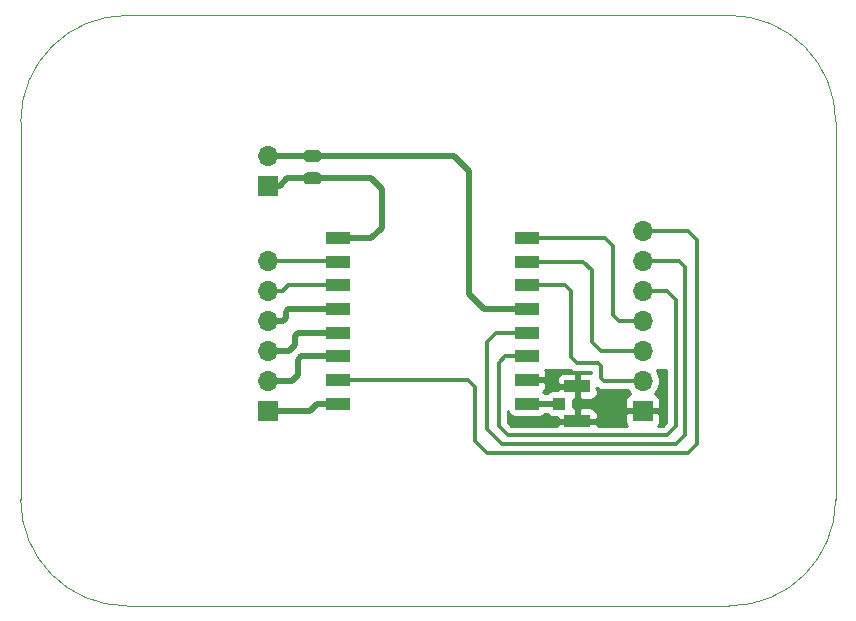
<source format=gbr>
%TF.GenerationSoftware,KiCad,Pcbnew,(5.1.10)-1*%
%TF.CreationDate,2021-07-19T16:58:35-04:00*%
%TF.ProjectId,lora-testing-board,6c6f7261-2d74-4657-9374-696e672d626f,rev?*%
%TF.SameCoordinates,Original*%
%TF.FileFunction,Copper,L1,Top*%
%TF.FilePolarity,Positive*%
%FSLAX46Y46*%
G04 Gerber Fmt 4.6, Leading zero omitted, Abs format (unit mm)*
G04 Created by KiCad (PCBNEW (5.1.10)-1) date 2021-07-19 16:58:35*
%MOMM*%
%LPD*%
G01*
G04 APERTURE LIST*
%TA.AperFunction,Profile*%
%ADD10C,0.050000*%
%TD*%
%TA.AperFunction,ComponentPad*%
%ADD11R,1.700000X1.700000*%
%TD*%
%TA.AperFunction,ComponentPad*%
%ADD12O,1.700000X1.700000*%
%TD*%
%TA.AperFunction,SMDPad,CuDef*%
%ADD13R,1.050000X1.050000*%
%TD*%
%TA.AperFunction,SMDPad,CuDef*%
%ADD14R,2.200000X1.050000*%
%TD*%
%TA.AperFunction,SMDPad,CuDef*%
%ADD15R,2.000000X1.000000*%
%TD*%
%TA.AperFunction,Conductor*%
%ADD16C,0.500000*%
%TD*%
%TA.AperFunction,Conductor*%
%ADD17C,0.300000*%
%TD*%
%TA.AperFunction,Conductor*%
%ADD18C,0.254000*%
%TD*%
%TA.AperFunction,Conductor*%
%ADD19C,0.100000*%
%TD*%
G04 APERTURE END LIST*
D10*
X137000000Y-118000000D02*
G75*
G02*
X128000000Y-127000000I-9000000J0D01*
G01*
X77000000Y-127000000D02*
G75*
G02*
X68000000Y-118000000I0J9000000D01*
G01*
X128000000Y-77000000D02*
G75*
G02*
X137000000Y-86000000I0J-9000000D01*
G01*
X68000000Y-86000000D02*
G75*
G02*
X77000000Y-77000000I9000000J0D01*
G01*
X128000000Y-77000000D02*
X77000000Y-77000000D01*
X137000000Y-118000000D02*
X137000000Y-86000000D01*
X77000000Y-127000000D02*
X128000000Y-127000000D01*
X68000000Y-86000000D02*
X68000000Y-118000000D01*
%TO.P,C1,1*%
%TO.N,Net-(C1-Pad1)*%
%TA.AperFunction,SMDPad,CuDef*%
G36*
G01*
X92235000Y-88400000D02*
X93185000Y-88400000D01*
G75*
G02*
X93435000Y-88650000I0J-250000D01*
G01*
X93435000Y-89150000D01*
G75*
G02*
X93185000Y-89400000I-250000J0D01*
G01*
X92235000Y-89400000D01*
G75*
G02*
X91985000Y-89150000I0J250000D01*
G01*
X91985000Y-88650000D01*
G75*
G02*
X92235000Y-88400000I250000J0D01*
G01*
G37*
%TD.AperFunction*%
%TO.P,C1,2*%
%TO.N,GND1*%
%TA.AperFunction,SMDPad,CuDef*%
G36*
G01*
X92235000Y-90300000D02*
X93185000Y-90300000D01*
G75*
G02*
X93435000Y-90550000I0J-250000D01*
G01*
X93435000Y-91050000D01*
G75*
G02*
X93185000Y-91300000I-250000J0D01*
G01*
X92235000Y-91300000D01*
G75*
G02*
X91985000Y-91050000I0J250000D01*
G01*
X91985000Y-90550000D01*
G75*
G02*
X92235000Y-90300000I250000J0D01*
G01*
G37*
%TD.AperFunction*%
%TD*%
D11*
%TO.P,J1,1*%
%TO.N,GND1*%
X88900000Y-91440000D03*
D12*
%TO.P,J1,2*%
%TO.N,Net-(C1-Pad1)*%
X88900000Y-88900000D03*
%TD*%
D11*
%TO.P,J2,1*%
%TO.N,GND1*%
X88900000Y-110490000D03*
D12*
%TO.P,J2,2*%
%TO.N,Net-(J2-Pad2)*%
X88900000Y-107950000D03*
%TO.P,J2,3*%
%TO.N,Net-(J2-Pad3)*%
X88900000Y-105410000D03*
%TO.P,J2,4*%
%TO.N,Net-(J2-Pad4)*%
X88900000Y-102870000D03*
%TO.P,J2,5*%
%TO.N,Net-(J2-Pad5)*%
X88900000Y-100330000D03*
%TO.P,J2,6*%
%TO.N,Net-(J2-Pad6)*%
X88900000Y-97790000D03*
%TD*%
D13*
%TO.P,J3,3*%
%TO.N,Net-(J3-Pad3)*%
X113588800Y-109880400D03*
D14*
%TO.P,J3,2*%
%TO.N,GND1*%
X115113800Y-108405400D03*
%TO.P,J3,1*%
X115113800Y-111355400D03*
%TD*%
D11*
%TO.P,J4,1*%
%TO.N,GND1*%
X120650000Y-110490000D03*
D12*
%TO.P,J4,2*%
%TO.N,Net-(J4-Pad2)*%
X120650000Y-107950000D03*
%TO.P,J4,3*%
%TO.N,Net-(J4-Pad3)*%
X120650000Y-105410000D03*
%TO.P,J4,4*%
%TO.N,Net-(J4-Pad4)*%
X120650000Y-102870000D03*
%TO.P,J4,5*%
%TO.N,Net-(J4-Pad5)*%
X120650000Y-100330000D03*
%TO.P,J4,6*%
%TO.N,Net-(J4-Pad6)*%
X120650000Y-97790000D03*
%TO.P,J4,7*%
%TO.N,Net-(J4-Pad7)*%
X120650000Y-95250000D03*
%TD*%
D15*
%TO.P,U1,1*%
%TO.N,GND1*%
X94870000Y-95870000D03*
%TO.P,U1,2*%
%TO.N,Net-(J2-Pad6)*%
X94870000Y-97870000D03*
%TO.P,U1,3*%
%TO.N,Net-(J2-Pad5)*%
X94870000Y-99870000D03*
%TO.P,U1,4*%
%TO.N,Net-(J2-Pad4)*%
X94870000Y-101870000D03*
%TO.P,U1,5*%
%TO.N,Net-(J2-Pad3)*%
X94870000Y-103870000D03*
%TO.P,U1,6*%
%TO.N,Net-(J2-Pad2)*%
X94870000Y-105870000D03*
%TO.P,U1,7*%
%TO.N,Net-(J4-Pad7)*%
X94870000Y-107870000D03*
%TO.P,U1,8*%
%TO.N,GND1*%
X94870000Y-109870000D03*
%TO.P,U1,9*%
%TO.N,Net-(J3-Pad3)*%
X110870000Y-109870000D03*
%TO.P,U1,10*%
%TO.N,GND1*%
X110870000Y-107870000D03*
%TO.P,U1,11*%
%TO.N,Net-(J4-Pad5)*%
X110870000Y-105870000D03*
%TO.P,U1,12*%
%TO.N,Net-(J4-Pad6)*%
X110870000Y-103870000D03*
%TO.P,U1,13*%
%TO.N,Net-(C1-Pad1)*%
X110870000Y-101870000D03*
%TO.P,U1,14*%
%TO.N,Net-(J4-Pad2)*%
X110870000Y-99870000D03*
%TO.P,U1,15*%
%TO.N,Net-(J4-Pad3)*%
X110870000Y-97870000D03*
%TO.P,U1,16*%
%TO.N,Net-(J4-Pad4)*%
X110870000Y-95870000D03*
%TD*%
D16*
%TO.N,Net-(C1-Pad1)*%
X88900000Y-88900000D02*
X92710000Y-88900000D01*
X92710000Y-88900000D02*
X104648000Y-88900000D01*
X104648000Y-88900000D02*
X105918000Y-90170000D01*
X105918000Y-90170000D02*
X105918000Y-100584000D01*
X107204000Y-101870000D02*
X110870000Y-101870000D01*
X105918000Y-100584000D02*
X107204000Y-101870000D01*
%TO.N,GND1*%
X88900000Y-91440000D02*
X89916000Y-91440000D01*
X90556000Y-90800000D02*
X92710000Y-90800000D01*
X89916000Y-91440000D02*
X90556000Y-90800000D01*
X94870000Y-95870000D02*
X97678000Y-95870000D01*
X97678000Y-95870000D02*
X98552000Y-94996000D01*
X98552000Y-94996000D02*
X98552000Y-91694000D01*
X97658000Y-90800000D02*
X96134000Y-90800000D01*
X96134000Y-90800000D02*
X96642000Y-90800000D01*
X98552000Y-91694000D02*
X97658000Y-90800000D01*
X92710000Y-90800000D02*
X96134000Y-90800000D01*
X88900000Y-110490000D02*
X92456000Y-110490000D01*
X93076000Y-109870000D02*
X94870000Y-109870000D01*
X92456000Y-110490000D02*
X93076000Y-109870000D01*
%TO.N,Net-(J2-Pad2)*%
X88900000Y-107950000D02*
X90932000Y-107950000D01*
X90932000Y-107950000D02*
X91440000Y-107442000D01*
X91440000Y-107442000D02*
X91440000Y-106172000D01*
X91742000Y-105870000D02*
X94870000Y-105870000D01*
X91440000Y-106172000D02*
X91742000Y-105870000D01*
%TO.N,Net-(J2-Pad3)*%
X88900000Y-105410000D02*
X90678000Y-105410000D01*
X90678000Y-105410000D02*
X91186000Y-104902000D01*
X91186000Y-104902000D02*
X91186000Y-104140000D01*
X91456000Y-103870000D02*
X94870000Y-103870000D01*
X91186000Y-104140000D02*
X91456000Y-103870000D01*
%TO.N,Net-(J2-Pad4)*%
X88900000Y-102870000D02*
X90170000Y-102870000D01*
X90170000Y-102870000D02*
X90424000Y-102616000D01*
X90424000Y-102616000D02*
X90424000Y-102108000D01*
X90662000Y-101870000D02*
X94870000Y-101870000D01*
X90424000Y-102108000D02*
X90662000Y-101870000D01*
D17*
%TO.N,Net-(J2-Pad5)*%
X88900000Y-100330000D02*
X90170000Y-100330000D01*
X90630000Y-99870000D02*
X94870000Y-99870000D01*
X90170000Y-100330000D02*
X90630000Y-99870000D01*
D16*
%TO.N,Net-(J3-Pad3)*%
X113578400Y-109870000D02*
X113588800Y-109880400D01*
X110870000Y-109870000D02*
X113578400Y-109870000D01*
D17*
%TO.N,Net-(J4-Pad2)*%
X110870000Y-99870000D02*
X114094000Y-99870000D01*
X114094000Y-99870000D02*
X114554000Y-100330000D01*
X114554000Y-100330000D02*
X114554000Y-105918000D01*
X114554000Y-105918000D02*
X115062000Y-106426000D01*
X115062000Y-106426000D02*
X116840000Y-106426000D01*
X116840000Y-106426000D02*
X117094000Y-106680000D01*
X117094000Y-106680000D02*
X117094000Y-107696000D01*
X117348000Y-107950000D02*
X120650000Y-107950000D01*
X117094000Y-107696000D02*
X117348000Y-107950000D01*
%TO.N,Net-(J4-Pad3)*%
X110870000Y-97870000D02*
X115650000Y-97870000D01*
X115650000Y-97870000D02*
X116332000Y-98552000D01*
X116332000Y-98552000D02*
X116332000Y-104648000D01*
X117094000Y-105410000D02*
X120650000Y-105410000D01*
X116332000Y-104648000D02*
X117094000Y-105410000D01*
%TO.N,Net-(J4-Pad4)*%
X110870000Y-95870000D02*
X117460000Y-95870000D01*
X117460000Y-95870000D02*
X118110000Y-96520000D01*
X118110000Y-96520000D02*
X118110000Y-102362000D01*
X118618000Y-102870000D02*
X120650000Y-102870000D01*
X118110000Y-102362000D02*
X118618000Y-102870000D01*
%TO.N,Net-(J4-Pad5)*%
X110870000Y-105870000D02*
X109014000Y-105870000D01*
X109014000Y-105870000D02*
X108458000Y-106426000D01*
X108458000Y-106426000D02*
X108458000Y-111760000D01*
X108458000Y-111760000D02*
X109220000Y-112522000D01*
X109220000Y-112522000D02*
X122682000Y-112522000D01*
X122682000Y-112522000D02*
X123444000Y-111760000D01*
X123444000Y-111760000D02*
X123444000Y-101092000D01*
X122682000Y-100330000D02*
X120650000Y-100330000D01*
X123444000Y-101092000D02*
X122682000Y-100330000D01*
%TO.N,Net-(J4-Pad6)*%
X110870000Y-103870000D02*
X108728000Y-103870000D01*
X108728000Y-103870000D02*
X108712000Y-103886000D01*
X108712000Y-103886000D02*
X108204000Y-103886000D01*
X108204000Y-103886000D02*
X107442000Y-104648000D01*
X107442000Y-104648000D02*
X107442000Y-112014000D01*
X107442000Y-112014000D02*
X108712000Y-113284000D01*
X108712000Y-113284000D02*
X123444000Y-113284000D01*
X123444000Y-113284000D02*
X124206000Y-112522000D01*
X124206000Y-112522000D02*
X124206000Y-98298000D01*
X123698000Y-97790000D02*
X120650000Y-97790000D01*
X124206000Y-98298000D02*
X123698000Y-97790000D01*
D16*
%TO.N,Net-(J2-Pad6)*%
X94790000Y-97790000D02*
X94870000Y-97870000D01*
D17*
X88900000Y-97790000D02*
X94790000Y-97790000D01*
%TO.N,Net-(J4-Pad7)*%
X125222000Y-96012000D02*
X124460000Y-95250000D01*
X125222000Y-113284000D02*
X125222000Y-96012000D01*
X124460000Y-114046000D02*
X125222000Y-113284000D01*
X107442000Y-114046000D02*
X124460000Y-114046000D01*
X124460000Y-95250000D02*
X120650000Y-95250000D01*
X106426000Y-108458000D02*
X106426000Y-113030000D01*
X106426000Y-113030000D02*
X107442000Y-114046000D01*
X105838000Y-107870000D02*
X106426000Y-108458000D01*
X94870000Y-107870000D02*
X105838000Y-107870000D01*
%TD*%
D18*
%TO.N,GND1*%
X114623767Y-107081862D02*
X114760140Y-107154754D01*
X114873672Y-107189194D01*
X114908112Y-107199641D01*
X114922490Y-107201057D01*
X115023439Y-107211000D01*
X115023446Y-107211000D01*
X115061999Y-107214797D01*
X115100552Y-107211000D01*
X116309001Y-107211000D01*
X116309001Y-107251704D01*
X116213800Y-107242328D01*
X115399550Y-107245400D01*
X115240800Y-107404150D01*
X115240800Y-108278400D01*
X115260800Y-108278400D01*
X115260800Y-108532400D01*
X115240800Y-108532400D01*
X115240800Y-109406650D01*
X115399550Y-109565400D01*
X116213800Y-109568472D01*
X116338282Y-109556212D01*
X116457980Y-109519902D01*
X116568294Y-109460937D01*
X116664985Y-109381585D01*
X116744337Y-109284894D01*
X116803302Y-109174580D01*
X116839612Y-109054882D01*
X116851872Y-108930400D01*
X116848800Y-108691150D01*
X116690052Y-108532402D01*
X116820257Y-108532402D01*
X116909767Y-108605862D01*
X117046140Y-108678754D01*
X117166175Y-108715166D01*
X117194112Y-108723641D01*
X117202773Y-108724494D01*
X117309439Y-108735000D01*
X117309446Y-108735000D01*
X117347999Y-108738797D01*
X117386552Y-108735000D01*
X119388526Y-108735000D01*
X119496525Y-108896632D01*
X119628380Y-109028487D01*
X119555820Y-109050498D01*
X119445506Y-109109463D01*
X119348815Y-109188815D01*
X119269463Y-109285506D01*
X119210498Y-109395820D01*
X119174188Y-109515518D01*
X119161928Y-109640000D01*
X119165000Y-110204250D01*
X119323750Y-110363000D01*
X120523000Y-110363000D01*
X120523000Y-110343000D01*
X120777000Y-110343000D01*
X120777000Y-110363000D01*
X121976250Y-110363000D01*
X122135000Y-110204250D01*
X122138072Y-109640000D01*
X122125812Y-109515518D01*
X122089502Y-109395820D01*
X122030537Y-109285506D01*
X121951185Y-109188815D01*
X121854494Y-109109463D01*
X121744180Y-109050498D01*
X121671620Y-109028487D01*
X121803475Y-108896632D01*
X121965990Y-108653411D01*
X122077932Y-108383158D01*
X122135000Y-108096260D01*
X122135000Y-107803740D01*
X122077932Y-107516842D01*
X121965990Y-107246589D01*
X121841983Y-107061000D01*
X122659000Y-107061000D01*
X122659000Y-111434843D01*
X122356843Y-111737000D01*
X121995653Y-111737000D01*
X122030537Y-111694494D01*
X122089502Y-111584180D01*
X122125812Y-111464482D01*
X122138072Y-111340000D01*
X122135000Y-110775750D01*
X121976250Y-110617000D01*
X120777000Y-110617000D01*
X120777000Y-110637000D01*
X120523000Y-110637000D01*
X120523000Y-110617000D01*
X119323750Y-110617000D01*
X119165000Y-110775750D01*
X119161928Y-111340000D01*
X119174188Y-111464482D01*
X119210498Y-111584180D01*
X119269463Y-111694494D01*
X119304347Y-111737000D01*
X116850031Y-111737000D01*
X116848800Y-111641150D01*
X116690050Y-111482400D01*
X115240800Y-111482400D01*
X115240800Y-111502400D01*
X114986800Y-111502400D01*
X114986800Y-111482400D01*
X113537550Y-111482400D01*
X113378800Y-111641150D01*
X113377569Y-111737000D01*
X109545157Y-111737000D01*
X109243000Y-111434843D01*
X109243000Y-110482420D01*
X109244188Y-110494482D01*
X109280498Y-110614180D01*
X109339463Y-110724494D01*
X109418815Y-110821185D01*
X109515506Y-110900537D01*
X109625820Y-110959502D01*
X109745518Y-110995812D01*
X109870000Y-111008072D01*
X111870000Y-111008072D01*
X111994482Y-110995812D01*
X112114180Y-110959502D01*
X112224494Y-110900537D01*
X112321185Y-110821185D01*
X112375501Y-110755000D01*
X112530647Y-110755000D01*
X112533263Y-110759894D01*
X112612615Y-110856585D01*
X112709306Y-110935937D01*
X112819620Y-110994902D01*
X112939318Y-111031212D01*
X113063800Y-111043472D01*
X113378464Y-111043472D01*
X113378800Y-111069650D01*
X113537550Y-111228400D01*
X114986800Y-111228400D01*
X114986800Y-110354150D01*
X115240800Y-110354150D01*
X115240800Y-111228400D01*
X116690050Y-111228400D01*
X116848800Y-111069650D01*
X116851872Y-110830400D01*
X116839612Y-110705918D01*
X116803302Y-110586220D01*
X116744337Y-110475906D01*
X116664985Y-110379215D01*
X116568294Y-110299863D01*
X116457980Y-110240898D01*
X116338282Y-110204588D01*
X116213800Y-110192328D01*
X115399550Y-110195400D01*
X115240800Y-110354150D01*
X114986800Y-110354150D01*
X114828050Y-110195400D01*
X114751872Y-110195113D01*
X114751872Y-109565687D01*
X114828050Y-109565400D01*
X114986800Y-109406650D01*
X114986800Y-108532400D01*
X113537550Y-108532400D01*
X113378800Y-108691150D01*
X113378464Y-108717328D01*
X113063800Y-108717328D01*
X112939318Y-108729588D01*
X112819620Y-108765898D01*
X112709306Y-108824863D01*
X112612615Y-108904215D01*
X112546317Y-108985000D01*
X112375501Y-108985000D01*
X112321185Y-108918815D01*
X112261704Y-108870000D01*
X112321185Y-108821185D01*
X112400537Y-108724494D01*
X112459502Y-108614180D01*
X112495812Y-108494482D01*
X112508072Y-108370000D01*
X112505000Y-108155750D01*
X112346250Y-107997000D01*
X110997000Y-107997000D01*
X110997000Y-108017000D01*
X110743000Y-108017000D01*
X110743000Y-107997000D01*
X110723000Y-107997000D01*
X110723000Y-107880400D01*
X113375728Y-107880400D01*
X113378800Y-108119650D01*
X113537550Y-108278400D01*
X114986800Y-108278400D01*
X114986800Y-107404150D01*
X114828050Y-107245400D01*
X114013800Y-107242328D01*
X113889318Y-107254588D01*
X113769620Y-107290898D01*
X113659306Y-107349863D01*
X113562615Y-107429215D01*
X113483263Y-107525906D01*
X113424298Y-107636220D01*
X113387988Y-107755918D01*
X113375728Y-107880400D01*
X110723000Y-107880400D01*
X110723000Y-107743000D01*
X110743000Y-107743000D01*
X110743000Y-107723000D01*
X110997000Y-107723000D01*
X110997000Y-107743000D01*
X112346250Y-107743000D01*
X112505000Y-107584250D01*
X112508072Y-107370000D01*
X112495812Y-107245518D01*
X112459502Y-107125820D01*
X112424854Y-107061000D01*
X114598347Y-107061000D01*
X114623767Y-107081862D01*
%TA.AperFunction,Conductor*%
D19*
G36*
X114623767Y-107081862D02*
G01*
X114760140Y-107154754D01*
X114873672Y-107189194D01*
X114908112Y-107199641D01*
X114922490Y-107201057D01*
X115023439Y-107211000D01*
X115023446Y-107211000D01*
X115061999Y-107214797D01*
X115100552Y-107211000D01*
X116309001Y-107211000D01*
X116309001Y-107251704D01*
X116213800Y-107242328D01*
X115399550Y-107245400D01*
X115240800Y-107404150D01*
X115240800Y-108278400D01*
X115260800Y-108278400D01*
X115260800Y-108532400D01*
X115240800Y-108532400D01*
X115240800Y-109406650D01*
X115399550Y-109565400D01*
X116213800Y-109568472D01*
X116338282Y-109556212D01*
X116457980Y-109519902D01*
X116568294Y-109460937D01*
X116664985Y-109381585D01*
X116744337Y-109284894D01*
X116803302Y-109174580D01*
X116839612Y-109054882D01*
X116851872Y-108930400D01*
X116848800Y-108691150D01*
X116690052Y-108532402D01*
X116820257Y-108532402D01*
X116909767Y-108605862D01*
X117046140Y-108678754D01*
X117166175Y-108715166D01*
X117194112Y-108723641D01*
X117202773Y-108724494D01*
X117309439Y-108735000D01*
X117309446Y-108735000D01*
X117347999Y-108738797D01*
X117386552Y-108735000D01*
X119388526Y-108735000D01*
X119496525Y-108896632D01*
X119628380Y-109028487D01*
X119555820Y-109050498D01*
X119445506Y-109109463D01*
X119348815Y-109188815D01*
X119269463Y-109285506D01*
X119210498Y-109395820D01*
X119174188Y-109515518D01*
X119161928Y-109640000D01*
X119165000Y-110204250D01*
X119323750Y-110363000D01*
X120523000Y-110363000D01*
X120523000Y-110343000D01*
X120777000Y-110343000D01*
X120777000Y-110363000D01*
X121976250Y-110363000D01*
X122135000Y-110204250D01*
X122138072Y-109640000D01*
X122125812Y-109515518D01*
X122089502Y-109395820D01*
X122030537Y-109285506D01*
X121951185Y-109188815D01*
X121854494Y-109109463D01*
X121744180Y-109050498D01*
X121671620Y-109028487D01*
X121803475Y-108896632D01*
X121965990Y-108653411D01*
X122077932Y-108383158D01*
X122135000Y-108096260D01*
X122135000Y-107803740D01*
X122077932Y-107516842D01*
X121965990Y-107246589D01*
X121841983Y-107061000D01*
X122659000Y-107061000D01*
X122659000Y-111434843D01*
X122356843Y-111737000D01*
X121995653Y-111737000D01*
X122030537Y-111694494D01*
X122089502Y-111584180D01*
X122125812Y-111464482D01*
X122138072Y-111340000D01*
X122135000Y-110775750D01*
X121976250Y-110617000D01*
X120777000Y-110617000D01*
X120777000Y-110637000D01*
X120523000Y-110637000D01*
X120523000Y-110617000D01*
X119323750Y-110617000D01*
X119165000Y-110775750D01*
X119161928Y-111340000D01*
X119174188Y-111464482D01*
X119210498Y-111584180D01*
X119269463Y-111694494D01*
X119304347Y-111737000D01*
X116850031Y-111737000D01*
X116848800Y-111641150D01*
X116690050Y-111482400D01*
X115240800Y-111482400D01*
X115240800Y-111502400D01*
X114986800Y-111502400D01*
X114986800Y-111482400D01*
X113537550Y-111482400D01*
X113378800Y-111641150D01*
X113377569Y-111737000D01*
X109545157Y-111737000D01*
X109243000Y-111434843D01*
X109243000Y-110482420D01*
X109244188Y-110494482D01*
X109280498Y-110614180D01*
X109339463Y-110724494D01*
X109418815Y-110821185D01*
X109515506Y-110900537D01*
X109625820Y-110959502D01*
X109745518Y-110995812D01*
X109870000Y-111008072D01*
X111870000Y-111008072D01*
X111994482Y-110995812D01*
X112114180Y-110959502D01*
X112224494Y-110900537D01*
X112321185Y-110821185D01*
X112375501Y-110755000D01*
X112530647Y-110755000D01*
X112533263Y-110759894D01*
X112612615Y-110856585D01*
X112709306Y-110935937D01*
X112819620Y-110994902D01*
X112939318Y-111031212D01*
X113063800Y-111043472D01*
X113378464Y-111043472D01*
X113378800Y-111069650D01*
X113537550Y-111228400D01*
X114986800Y-111228400D01*
X114986800Y-110354150D01*
X115240800Y-110354150D01*
X115240800Y-111228400D01*
X116690050Y-111228400D01*
X116848800Y-111069650D01*
X116851872Y-110830400D01*
X116839612Y-110705918D01*
X116803302Y-110586220D01*
X116744337Y-110475906D01*
X116664985Y-110379215D01*
X116568294Y-110299863D01*
X116457980Y-110240898D01*
X116338282Y-110204588D01*
X116213800Y-110192328D01*
X115399550Y-110195400D01*
X115240800Y-110354150D01*
X114986800Y-110354150D01*
X114828050Y-110195400D01*
X114751872Y-110195113D01*
X114751872Y-109565687D01*
X114828050Y-109565400D01*
X114986800Y-109406650D01*
X114986800Y-108532400D01*
X113537550Y-108532400D01*
X113378800Y-108691150D01*
X113378464Y-108717328D01*
X113063800Y-108717328D01*
X112939318Y-108729588D01*
X112819620Y-108765898D01*
X112709306Y-108824863D01*
X112612615Y-108904215D01*
X112546317Y-108985000D01*
X112375501Y-108985000D01*
X112321185Y-108918815D01*
X112261704Y-108870000D01*
X112321185Y-108821185D01*
X112400537Y-108724494D01*
X112459502Y-108614180D01*
X112495812Y-108494482D01*
X112508072Y-108370000D01*
X112505000Y-108155750D01*
X112346250Y-107997000D01*
X110997000Y-107997000D01*
X110997000Y-108017000D01*
X110743000Y-108017000D01*
X110743000Y-107997000D01*
X110723000Y-107997000D01*
X110723000Y-107880400D01*
X113375728Y-107880400D01*
X113378800Y-108119650D01*
X113537550Y-108278400D01*
X114986800Y-108278400D01*
X114986800Y-107404150D01*
X114828050Y-107245400D01*
X114013800Y-107242328D01*
X113889318Y-107254588D01*
X113769620Y-107290898D01*
X113659306Y-107349863D01*
X113562615Y-107429215D01*
X113483263Y-107525906D01*
X113424298Y-107636220D01*
X113387988Y-107755918D01*
X113375728Y-107880400D01*
X110723000Y-107880400D01*
X110723000Y-107743000D01*
X110743000Y-107743000D01*
X110743000Y-107723000D01*
X110997000Y-107723000D01*
X110997000Y-107743000D01*
X112346250Y-107743000D01*
X112505000Y-107584250D01*
X112508072Y-107370000D01*
X112495812Y-107245518D01*
X112459502Y-107125820D01*
X112424854Y-107061000D01*
X114598347Y-107061000D01*
X114623767Y-107081862D01*
G37*
%TD.AperFunction*%
%TD*%
M02*

</source>
